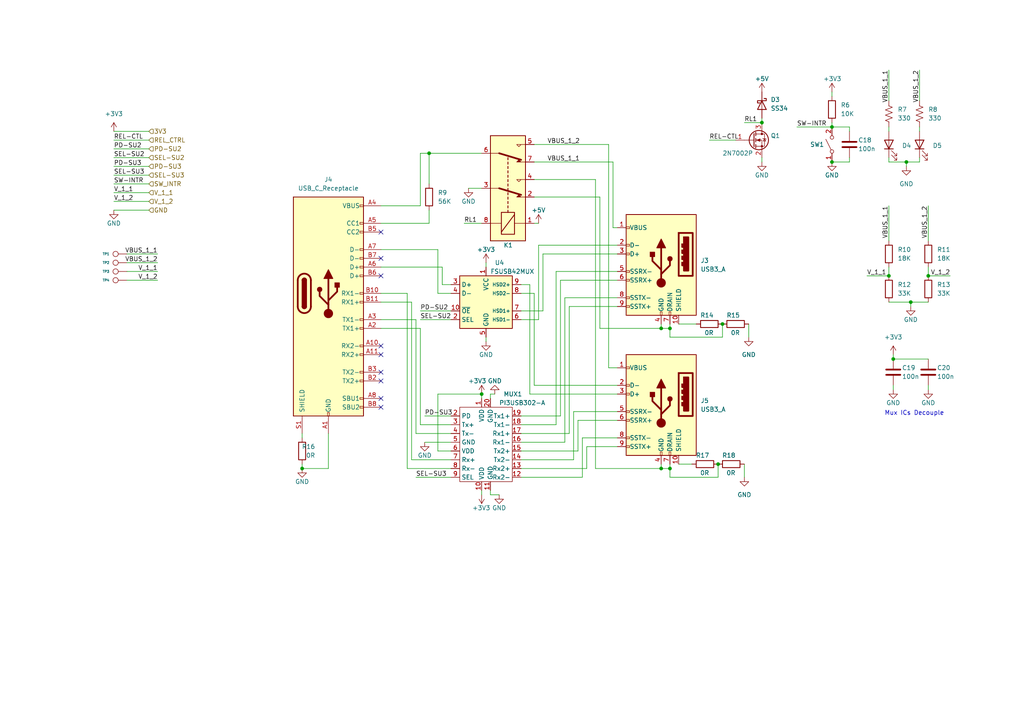
<source format=kicad_sch>
(kicad_sch (version 20211123) (generator eeschema)
  (paper "A4")
  (title_block (date "2022-09-12") (rev "0.2") (comment 1 "Runnan Li"))
  (lib_symbols
    (symbol "Connector:TestPoint" (pin_numbers hide) (pin_names (offset 0.762) hide)
      (property "Reference" "TP" (at 0 6.858 0))
      (property "Value" "TestPoint" (at 0 5.08 0))
      (symbol "TestPoint_0_1"
        (circle (center 0 3.302) (radius 0.762))
      )
      (symbol "TestPoint_1_1"
        (pin passive line (at 0 0 90) (length 2.54) (name "1") (number "1"))
      )
    )
    (symbol "Connector:USB3_A" (pin_names (offset 1.016))
      (property "Reference" "J" (at -10.16 15.24 0))
      (property "Value" "USB3_A" (at 10.16 15.24 0))
      (symbol "USB3_A_0_0"
        (rectangle (start -9.144 8.636) (end -5.08 -3.81) (stroke (width 0.508)))
        (rectangle (start -7.874 7.366) (end -6.604 -2.286) (stroke (width 0.508)) (fill (type outline)))
        (rectangle (start -6.35 0) (end -6.096 -0.762) (stroke (width 0.508)))
        (rectangle (start -6.35 1.778) (end -6.096 1.016) (stroke (width 0.508)))
        (rectangle (start -6.35 3.556) (end -6.096 2.794) (stroke (width 0.508)))
        (rectangle (start -6.35 5.334) (end -6.096 4.572) (stroke (width 0.508)))
        (rectangle (start -2.794 -15.24) (end -2.286 -14.224))
        (rectangle (start -0.254 -15.24) (end 0.254 -14.224))
        (rectangle (start 10.16 -12.446) (end 9.144 -12.954))
        (rectangle (start 10.16 -9.906) (end 9.144 -10.414))
        (rectangle (start 10.16 -4.826) (end 9.144 -5.334))
        (rectangle (start 10.16 -2.286) (end 9.144 -2.794))
        (rectangle (start 10.16 2.794) (end 9.144 2.286))
        (rectangle (start 10.16 5.334) (end 9.144 4.826))
        (rectangle (start 10.16 10.414) (end 9.144 9.906))
      )
      (symbol "USB3_A_0_1"
        (rectangle (start -10.16 13.97) (end 10.16 -15.24) (stroke (width 0.254)) (fill (type background)))
      )
      (symbol "USB3_A_1_1"
        (circle (center -2.54 1.143) (radius 0.635) (stroke (width 0.254)) (fill (type outline)))
        (circle (center 0 -5.842) (radius 1.27) (fill (type outline)))
        (polyline (pts (xy 0 -5.842) (xy 0 4.318)) (stroke (width 0.508)))
        (polyline (pts (xy 0 -3.302) (xy -2.54 -0.762) (xy -2.54 0.508)) (stroke (width 0.508)))
        (polyline (pts (xy 0 -2.032) (xy 2.54 0.508) (xy 2.54 1.778)) (stroke (width 0.508)))
        (polyline (pts (xy -1.27 4.318) (xy 0 6.858) (xy 1.27 4.318) (xy -1.27 4.318)) (stroke (width 0.254)) (fill (type outline)))
        (rectangle (start 1.905 1.778) (end 3.175 3.048) (stroke (width 0.254)) (fill (type outline)))
        (pin power_in line (at 12.7 10.16 180) (length 2.54) (name "VBUS") (number "1"))
        (pin passive line (at -5.08 -17.78 90) (length 2.54) (name "SHIELD") (number "10"))
        (pin bidirectional line (at 12.7 5.08 180) (length 2.54) (name "D-") (number "2"))
        (pin bidirectional line (at 12.7 2.54 180) (length 2.54) (name "D+") (number "3"))
        (pin power_in line (at 0 -17.78 90) (length 2.54) (name "GND") (number "4"))
        (pin output line (at 12.7 -2.54 180) (length 2.54) (name "SSRX-") (number "5"))
        (pin output line (at 12.7 -5.08 180) (length 2.54) (name "SSRX+") (number "6"))
        (pin passive line (at -2.54 -17.78 90) (length 2.54) (name "DRAIN") (number "7"))
        (pin input line (at 12.7 -10.16 180) (length 2.54) (name "SSTX-") (number "8"))
        (pin input line (at 12.7 -12.7 180) (length 2.54) (name "SSTX+") (number "9"))
      )
    )
    (symbol "Connector:USB_C_Receptacle" (pin_names (offset 1.016))
      (property "Reference" "J" (at -10.16 29.21 0))
      (property "Value" "USB_C_Receptacle" (at 10.16 29.21 0))
      (symbol "USB_C_Receptacle_0_0"
        (rectangle (start -0.254 -35.56) (end 0.254 -34.544))
        (rectangle (start 10.16 -32.766) (end 9.144 -33.274))
        (rectangle (start 10.16 -30.226) (end 9.144 -30.734))
        (rectangle (start 10.16 -25.146) (end 9.144 -25.654))
        (rectangle (start 10.16 -22.606) (end 9.144 -23.114))
        (rectangle (start 10.16 -17.526) (end 9.144 -18.034))
        (rectangle (start 10.16 -14.986) (end 9.144 -15.494))
        (rectangle (start 10.16 -9.906) (end 9.144 -10.414))
        (rectangle (start 10.16 -7.366) (end 9.144 -7.874))
        (rectangle (start 10.16 -2.286) (end 9.144 -2.794))
        (rectangle (start 10.16 0.254) (end 9.144 -0.254))
        (rectangle (start 10.16 5.334) (end 9.144 4.826))
        (rectangle (start 10.16 7.874) (end 9.144 7.366))
        (rectangle (start 10.16 10.414) (end 9.144 9.906))
        (rectangle (start 10.16 12.954) (end 9.144 12.446))
        (rectangle (start 10.16 18.034) (end 9.144 17.526))
        (rectangle (start 10.16 20.574) (end 9.144 20.066))
        (rectangle (start 10.16 25.654) (end 9.144 25.146))
      )
      (symbol "USB_C_Receptacle_0_1"
        (rectangle (start -10.16 27.94) (end 10.16 -35.56) (stroke (width 0.254)) (fill (type background)))
        (arc (start -8.89 -3.81) (mid -6.985 -5.715) (end -5.08 -3.81) (stroke (width 0.508)))
        (arc (start -7.62 -3.81) (mid -6.985 -4.445) (end -6.35 -3.81) (stroke (width 0.254)))
        (arc (start -7.62 -3.81) (mid -6.985 -4.445) (end -6.35 -3.81) (stroke (width 0.254)) (fill (type outline)))
        (rectangle (start -7.62 -3.81) (end -6.35 3.81) (stroke (width 0.254)) (fill (type outline)))
        (arc (start -6.35 3.81) (mid -6.985 4.445) (end -7.62 3.81) (stroke (width 0.254)))
        (arc (start -6.35 3.81) (mid -6.985 4.445) (end -7.62 3.81) (stroke (width 0.254)) (fill (type outline)))
        (arc (start -5.08 3.81) (mid -6.985 5.715) (end -8.89 3.81) (stroke (width 0.508)))
        (polyline (pts (xy -8.89 -3.81) (xy -8.89 3.81)) (stroke (width 0.508)))
        (polyline (pts (xy -5.08 3.81) (xy -5.08 -3.81)) (stroke (width 0.508)))
      )
      (symbol "USB_C_Receptacle_1_1"
        (circle (center -2.54 1.143) (radius 0.635) (stroke (width 0.254)) (fill (type outline)))
        (circle (center 0 -5.842) (radius 1.27) (fill (type outline)))
        (polyline (pts (xy 0 -5.842) (xy 0 4.318)) (stroke (width 0.508)))
        (polyline (pts (xy 0 -3.302) (xy -2.54 -0.762) (xy -2.54 0.508)) (stroke (width 0.508)))
        (polyline (pts (xy 0 -2.032) (xy 2.54 0.508) (xy 2.54 1.778)) (stroke (width 0.508)))
        (polyline (pts (xy -1.27 4.318) (xy 0 6.858) (xy 1.27 4.318) (xy -1.27 4.318)) (stroke (width 0.254)) (fill (type outline)))
        (rectangle (start 1.905 1.778) (end 3.175 3.048) (stroke (width 0.254)) (fill (type outline)))
        (pin passive line (at 0 -40.64 90) (length 5.08) (name "GND") (number "A1"))
        (pin bidirectional line (at 15.24 -15.24 180) (length 5.08) (name "RX2-") (number "A10"))
        (pin bidirectional line (at 15.24 -17.78 180) (length 5.08) (name "RX2+") (number "A11"))
        (pin passive line (at 0 -40.64 90) (length 5.08) hide (name "GND") (number "A12"))
        (pin bidirectional line (at 15.24 -10.16 180) (length 5.08) (name "TX1+") (number "A2"))
        (pin bidirectional line (at 15.24 -7.62 180) (length 5.08) (name "TX1-") (number "A3"))
        (pin passive line (at 15.24 25.4 180) (length 5.08) (name "VBUS") (number "A4"))
        (pin bidirectional line (at 15.24 20.32 180) (length 5.08) (name "CC1") (number "A5"))
        (pin bidirectional line (at 15.24 7.62 180) (length 5.08) (name "D+") (number "A6"))
        (pin bidirectional line (at 15.24 12.7 180) (length 5.08) (name "D-") (number "A7"))
        (pin bidirectional line (at 15.24 -30.48 180) (length 5.08) (name "SBU1") (number "A8"))
        (pin passive line (at 15.24 25.4 180) (length 5.08) hide (name "VBUS") (number "A9"))
        (pin passive line (at 0 -40.64 90) (length 5.08) hide (name "GND") (number "B1"))
        (pin bidirectional line (at 15.24 0 180) (length 5.08) (name "RX1-") (number "B10"))
        (pin bidirectional line (at 15.24 -2.54 180) (length 5.08) (name "RX1+") (number "B11"))
        (pin passive line (at 0 -40.64 90) (length 5.08) hide (name "GND") (number "B12"))
        (pin bidirectional line (at 15.24 -25.4 180) (length 5.08) (name "TX2+") (number "B2"))
        (pin bidirectional line (at 15.24 -22.86 180) (length 5.08) (name "TX2-") (number "B3"))
        (pin passive line (at 15.24 25.4 180) (length 5.08) hide (name "VBUS") (number "B4"))
        (pin bidirectional line (at 15.24 17.78 180) (length 5.08) (name "CC2") (number "B5"))
        (pin bidirectional line (at 15.24 5.08 180) (length 5.08) (name "D+") (number "B6"))
        (pin bidirectional line (at 15.24 10.16 180) (length 5.08) (name "D-") (number "B7"))
        (pin bidirectional line (at 15.24 -33.02 180) (length 5.08) (name "SBU2") (number "B8"))
        (pin passive line (at 15.24 25.4 180) (length 5.08) hide (name "VBUS") (number "B9"))
        (pin passive line (at -7.62 -40.64 90) (length 5.08) (name "SHIELD") (number "S1"))
      )
    )
    (symbol "Device:C" (pin_numbers hide) (pin_names (offset 0.254))
      (property "Reference" "C" (at 0.635 2.54 0))
      (property "Value" "C" (at 0.635 -2.54 0))
      (symbol "C_0_1"
        (polyline (pts (xy -2.032 -0.762) (xy 2.032 -0.762)) (stroke (width 0.508)))
        (polyline (pts (xy -2.032 0.762) (xy 2.032 0.762)) (stroke (width 0.508)))
      )
      (symbol "C_1_1"
        (pin passive line (at 0 3.81 270) (length 2.794) (name "~") (number "1"))
        (pin passive line (at 0 -3.81 90) (length 2.794) (name "~") (number "2"))
      )
    )
    (symbol "Device:D_Schottky" (pin_numbers hide) (pin_names (offset 1.016) hide)
      (property "Reference" "D" (at 0 2.54 0))
      (property "Value" "D_Schottky" (at 0 -2.54 0))
      (symbol "D_Schottky_0_1"
        (polyline (pts (xy 1.27 0) (xy -1.27 0)))
        (polyline (pts (xy 1.27 1.27) (xy 1.27 -1.27) (xy -1.27 0) (xy 1.27 1.27)) (stroke (width 0.254)))
        (polyline (pts (xy -1.905 0.635) (xy -1.905 1.27) (xy -1.27 1.27) (xy -1.27 -1.27) (xy -0.635 -1.27) (xy -0.635 -0.635)) (stroke (width 0.254)))
      )
      (symbol "D_Schottky_1_1"
        (pin passive line (at -3.81 0 0) (length 2.54) (name "K") (number "1"))
        (pin passive line (at 3.81 0 180) (length 2.54) (name "A") (number "2"))
      )
    )
    (symbol "Device:LED" (pin_numbers hide) (pin_names (offset 1.016) hide)
      (property "Reference" "D" (at 0 2.54 0))
      (property "Value" "LED" (at 0 -2.54 0))
      (symbol "LED_0_1"
        (polyline (pts (xy -1.27 -1.27) (xy -1.27 1.27)) (stroke (width 0.254)))
        (polyline (pts (xy -1.27 0) (xy 1.27 0)))
        (polyline (pts (xy 1.27 -1.27) (xy 1.27 1.27) (xy -1.27 0) (xy 1.27 -1.27)) (stroke (width 0.254)))
        (polyline (pts (xy -3.048 -0.762) (xy -4.572 -2.286) (xy -3.81 -2.286) (xy -4.572 -2.286) (xy -4.572 -1.524)))
        (polyline (pts (xy -1.778 -0.762) (xy -3.302 -2.286) (xy -2.54 -2.286) (xy -3.302 -2.286) (xy -3.302 -1.524)))
      )
      (symbol "LED_1_1"
        (pin passive line (at -3.81 0 0) (length 2.54) (name "K") (number "1"))
        (pin passive line (at 3.81 0 180) (length 2.54) (name "A") (number "2"))
      )
    )
    (symbol "Device:R" (pin_numbers hide) (pin_names (offset 0))
      (property "Reference" "R" (at 2.032 0 90))
      (property "Value" "R" (at 0 0 90))
      (symbol "R_0_1"
        (rectangle (start -1.016 -2.54) (end 1.016 2.54) (stroke (width 0.254)))
      )
      (symbol "R_1_1"
        (pin passive line (at 0 3.81 270) (length 1.27) (name "~") (number "1"))
        (pin passive line (at 0 -3.81 90) (length 1.27) (name "~") (number "2"))
      )
    )
    (symbol "Device:R_US" (pin_numbers hide) (pin_names (offset 0))
      (property "Reference" "R" (at 2.54 0 90))
      (property "Value" "R_US" (at -2.54 0 90))
      (symbol "R_US_0_1"
        (polyline (pts (xy 0 -2.286) (xy 0 -2.54)))
        (polyline (pts (xy 0 2.286) (xy 0 2.54)))
        (polyline (pts (xy 0 -0.762) (xy 1.016 -1.143) (xy 0 -1.524) (xy -1.016 -1.905) (xy 0 -2.286)))
        (polyline (pts (xy 0 0.762) (xy 1.016 0.381) (xy 0 0) (xy -1.016 -0.381) (xy 0 -0.762)))
        (polyline (pts (xy 0 2.286) (xy 1.016 1.905) (xy 0 1.524) (xy -1.016 1.143) (xy 0 0.762)))
      )
      (symbol "R_US_1_1"
        (pin passive line (at 0 3.81 270) (length 1.27) (name "~") (number "1"))
        (pin passive line (at 0 -3.81 90) (length 1.27) (name "~") (number "2"))
      )
    )
    (symbol "Interface_USB:FSUSB42MUX"
      (property "Reference" "U" (at -6.35 8.89 0))
      (property "Value" "FSUSB42MUX" (at 7.62 8.89 0))
      (symbol "FSUSB42MUX_0_1"
        (rectangle (start 7.62 7.62) (end -7.62 -7.62) (stroke (width 0.254)) (fill (type background)))
      )
      (symbol "FSUSB42MUX_1_1"
        (pin power_in line (at 0 10.16 270) (length 2.54) (name "VCC") (number "1"))
        (pin input line (at -10.16 -2.54 0) (length 2.54) (name "~{OE}") (number "10"))
        (pin input line (at -10.16 -5.08 0) (length 2.54) (name "SEL") (number "2"))
        (pin bidirectional line (at -10.16 5.08 0) (length 2.54) (name "D+") (number "3"))
        (pin bidirectional line (at -10.16 2.54 0) (length 2.54) (name "D-") (number "4"))
        (pin power_in line (at 0 -10.16 90) (length 2.54) (name "GND") (number "5"))
        (pin bidirectional line (at 10.16 -5.08 180) (length 2.54) (name "HSD1-") (number "6"))
        (pin bidirectional line (at 10.16 -2.54 180) (length 2.54) (name "HSD1+") (number "7"))
        (pin bidirectional line (at 10.16 2.54 180) (length 2.54) (name "HSD2-") (number "8"))
        (pin bidirectional line (at 10.16 5.08 180) (length 2.54) (name "HSD2+") (number "9"))
      )
    )
    (symbol "Relay_DPDT_Panasonic_AGQ200A4H_2"
      (property "Reference" "K" (at 16.51 3.81 0))
      (property "Value" "Relay_DPDT_Panasonic_AGQ200A4H_2" (at 16.51 1.27 0))
      (symbol "Relay_DPDT_Panasonic_AGQ200A4H_2_0_0"
        (polyline (pts (xy -2.54 5.08) (xy -2.54 2.54) (xy -1.905 3.175) (xy -2.54 3.81)) (fill (type outline)))
        (polyline (pts (xy 2.54 5.08) (xy 2.54 2.54) (xy 1.905 3.175) (xy 2.54 3.81)))
        (polyline (pts (xy 7.62 5.08) (xy 7.62 2.54) (xy 8.255 3.175) (xy 7.62 3.81)) (fill (type outline)))
        (polyline (pts (xy 12.7 5.08) (xy 12.7 2.54) (xy 12.065 3.175) (xy 12.7 3.81)))
      )
      (symbol "Relay_DPDT_Panasonic_AGQ200A4H_2_0_1"
        (rectangle (start -15.24 5.08) (end 15.24 -5.08) (stroke (width 0.254)) (fill (type background)))
        (rectangle (start -13.335 1.905) (end -6.985 -1.905) (stroke (width 0.254)))
        (polyline (pts (xy -12.7 -1.905) (xy -7.62 1.905)) (stroke (width 0.254)))
        (polyline (pts (xy -10.16 -5.08) (xy -10.16 -1.905)))
        (polyline (pts (xy -10.16 5.08) (xy -10.16 1.905)))
        (polyline (pts (xy -6.985 0) (xy -6.35 0)) (stroke (width 0.254)))
        (polyline (pts (xy -5.715 0) (xy -5.08 0)) (stroke (width 0.254)))
        (polyline (pts (xy -4.445 0) (xy -3.81 0)) (stroke (width 0.254)))
        (polyline (pts (xy -3.175 0) (xy -2.54 0)) (stroke (width 0.254)))
        (polyline (pts (xy -1.905 0) (xy -1.27 0)) (stroke (width 0.254)))
        (polyline (pts (xy -0.635 0) (xy 0 0)) (stroke (width 0.254)))
        (polyline (pts (xy 0 -2.54) (xy -1.905 3.81)) (stroke (width 0.508)))
        (polyline (pts (xy 0 -2.54) (xy 0 -5.08)))
        (polyline (pts (xy 0.635 0) (xy 1.27 0)) (stroke (width 0.254)))
        (polyline (pts (xy 1.905 0) (xy 2.54 0)) (stroke (width 0.254)))
        (polyline (pts (xy 3.175 0) (xy 3.81 0)) (stroke (width 0.254)))
        (polyline (pts (xy 4.445 0) (xy 5.08 0)) (stroke (width 0.254)))
        (polyline (pts (xy 5.715 0) (xy 6.35 0)) (stroke (width 0.254)))
        (polyline (pts (xy 6.985 0) (xy 7.62 0)) (stroke (width 0.254)))
        (polyline (pts (xy 8.255 0) (xy 8.89 0)) (stroke (width 0.254)))
        (polyline (pts (xy 10.16 -2.54) (xy 8.255 3.81)) (stroke (width 0.508)))
        (polyline (pts (xy 10.16 -2.54) (xy 10.16 -5.08)))
      )
      (symbol "Relay_DPDT_Panasonic_AGQ200A4H_2_1_1"
        (pin passive line (at -10.16 7.62 270) (length 2.54) (name "~") (number "1"))
        (pin passive line (at -2.54 7.62 270) (length 2.54) (name "~") (number "2"))
        (pin passive line (at 0 -7.62 90) (length 2.54) (name "~") (number "3"))
        (pin passive line (at 2.54 7.62 270) (length 2.54) (name "~") (number "4"))
        (pin passive line (at 12.7 7.62 270) (length 2.54) (name "~") (number "5"))
        (pin passive line (at 10.16 -7.62 90) (length 2.54) (name "~") (number "6"))
        (pin passive line (at 7.62 7.62 270) (length 2.54) (name "~") (number "7"))
        (pin passive line (at -10.16 -7.62 90) (length 2.54) (name "~") (number "8"))
      )
    )
    (symbol "Switch:SW_SPST" (pin_names (offset 0) hide)
      (property "Reference" "SW" (at 0 3.175 0))
      (property "Value" "SW_SPST" (at 0 -2.54 0))
      (symbol "SW_SPST_0_0"
        (circle (center -2.032 0) (radius 0.508))
        (polyline (pts (xy -1.524 0.254) (xy 1.524 1.778)))
        (circle (center 2.032 0) (radius 0.508))
      )
      (symbol "SW_SPST_1_1"
        (pin passive line (at -5.08 0 0) (length 2.54) (name "A") (number "1"))
        (pin passive line (at 5.08 0 180) (length 2.54) (name "B") (number "2"))
      )
    )
    (symbol "Transistor_FET:2N7002" (pin_names hide)
      (property "Reference" "Q" (at 5.08 1.905 0))
      (property "Value" "2N7002" (at 5.08 0 0))
      (symbol "2N7002_0_1"
        (polyline (pts (xy 0.254 0) (xy -2.54 0)))
        (polyline (pts (xy 0.254 1.905) (xy 0.254 -1.905)) (stroke (width 0.254)))
        (polyline (pts (xy 0.762 -1.27) (xy 0.762 -2.286)) (stroke (width 0.254)))
        (polyline (pts (xy 0.762 0.508) (xy 0.762 -0.508)) (stroke (width 0.254)))
        (polyline (pts (xy 0.762 2.286) (xy 0.762 1.27)) (stroke (width 0.254)))
        (polyline (pts (xy 2.54 2.54) (xy 2.54 1.778)))
        (polyline (pts (xy 2.54 -2.54) (xy 2.54 0) (xy 0.762 0)))
        (polyline (pts (xy 0.762 -1.778) (xy 3.302 -1.778) (xy 3.302 1.778) (xy 0.762 1.778)))
        (polyline (pts (xy 1.016 0) (xy 2.032 0.381) (xy 2.032 -0.381) (xy 1.016 0)) (fill (type outline)))
        (polyline (pts (xy 2.794 0.508) (xy 2.921 0.381) (xy 3.683 0.381) (xy 3.81 0.254)))
        (polyline (pts (xy 3.302 0.381) (xy 2.921 -0.254) (xy 3.683 -0.254) (xy 3.302 0.381)))
        (circle (center 1.651 0) (radius 2.794) (stroke (width 0.254)))
        (circle (center 2.54 -1.778) (radius 0.254) (fill (type outline)))
        (circle (center 2.54 1.778) (radius 0.254) (fill (type outline)))
      )
      (symbol "2N7002_1_1"
        (pin input line (at -5.08 0 0) (length 2.54) (name "G") (number "1"))
        (pin passive line (at 2.54 -5.08 90) (length 2.54) (name "S") (number "2"))
        (pin passive line (at 2.54 5.08 270) (length 2.54) (name "D") (number "3"))
      )
    )
    (symbol "power:+3V3" (power) (pin_names (offset 0))
      (property "Value" "+3V3" (at 0 3.556 0))
      (symbol "+3V3_0_1"
        (polyline (pts (xy -0.762 1.27) (xy 0 2.54)))
        (polyline (pts (xy 0 0) (xy 0 2.54)))
        (polyline (pts (xy 0 2.54) (xy 0.762 1.27)))
      )
      (symbol "+3V3_1_1"
        (pin power_in line (at 0 0 90) (length 0) hide (name "+3V3") (number "1"))
      )
    )
    (symbol "power:+5V" (power) (pin_names (offset 0))
      (property "Value" "+5V" (at 0 3.556 0))
      (symbol "+5V_0_1"
        (polyline (pts (xy -0.762 1.27) (xy 0 2.54)))
        (polyline (pts (xy 0 0) (xy 0 2.54)))
        (polyline (pts (xy 0 2.54) (xy 0.762 1.27)))
      )
      (symbol "+5V_1_1"
        (pin power_in line (at 0 0 90) (length 0) hide (name "+5V") (number "1"))
      )
    )
    (symbol "power:GND" (power) (pin_names (offset 0))
      (property "Value" "GND" (at 0 -3.81 0))
      (symbol "GND_0_1"
        (polyline (pts (xy 0 0) (xy 0 -1.27) (xy 1.27 -1.27) (xy 0 -2.54) (xy -1.27 -1.27) (xy 0 -1.27)))
      )
      (symbol "GND_1_1"
        (pin power_in line (at 0 0 270) (length 0) hide (name "GND") (number "1"))
      )
    )
    (symbol "usb_xwitch:PI3USB302-A"
      (property "Reference" "MUX" (at 6.35 12.7 0))
      (property "Value" "PI3USB302-A" (at 10.16 -11.43 0))
      (symbol "PI3USB302-A_0_1"
        (rectangle (start -7.62 11.43) (end 7.62 -10.16))
      )
      (symbol "PI3USB302-A_1_1"
        (pin power_in line (at -1.27 13.97 270) (length 2.54) (name "VDD") (number "1"))
        (pin power_in line (at -1.27 -12.7 90) (length 2.54) (name "VDD") (number "10"))
        (pin passive line (at 1.27 -12.7 90) (length 2.54) (name "GND") (number "11"))
        (pin passive line (at 10.16 -8.89 180) (length 2.54) (name "Rx2-") (number "12"))
        (pin passive line (at 10.16 -6.35 180) (length 2.54) (name "Rx2+") (number "13"))
        (pin passive line (at 10.16 -3.81 180) (length 2.54) (name "Tx2-") (number "14"))
        (pin passive line (at 10.16 -1.27 180) (length 2.54) (name "Tx2+") (number "15"))
        (pin passive line (at 10.16 1.27 180) (length 2.54) (name "Rx1-") (number "16"))
        (pin passive line (at 10.16 3.81 180) (length 2.54) (name "Rx1+") (number "17"))
        (pin passive line (at 10.16 6.35 180) (length 2.54) (name "Tx1-") (number "18"))
        (pin passive line (at 10.16 8.89 180) (length 2.54) (name "Tx1+") (number "19"))
        (pin input line (at -10.16 8.89 0) (length 2.54) (name "PD") (number "2"))
        (pin passive line (at 1.27 13.97 270) (length 2.54) (name "GND") (number "20"))
        (pin passive line (at -10.16 6.35 0) (length 2.54) (name "Tx+") (number "3"))
        (pin passive line (at -10.16 3.81 0) (length 2.54) (name "Tx-") (number "4"))
        (pin passive line (at -10.16 1.27 0) (length 2.54) (name "GND") (number "5"))
        (pin power_in line (at -10.16 -1.27 0) (length 2.54) (name "VDD") (number "6"))
        (pin input line (at -10.16 -3.81 0) (length 2.54) (name "Rx+") (number "7"))
        (pin input line (at -10.16 -6.35 0) (length 2.54) (name "Rx-") (number "8"))
        (pin input line (at -10.16 -8.89 0) (length 2.54) (name "SEL") (number "9"))
      )
    )
  )
  (junction (at 257.81 80.01))
  (junction (at 264.16 87.63))
  (junction (at 87.63 135.89))
  (junction (at 209.55 93.98))
  (junction (at 139.7 114.3))
  (junction (at 259.08 104.14))
  (junction (at 194.31 135.89))
  (junction (at 241.3 36.83))
  (junction (at 194.31 95.25))
  (junction (at 220.98 35.56))
  (junction (at 191.77 135.89))
  (junction (at 269.24 80.01))
  (junction (at 124.46 44.45))
  (junction (at 208.28 134.62))
  (junction (at 262.89 46.99))
  (junction (at 241.3 46.99))
  (junction (at 191.77 95.25))
  (no_connect (at 110.49 115.57))
  (no_connect (at 110.49 67.31))
  (no_connect (at 110.49 110.49))
  (no_connect (at 110.49 80.01))
  (no_connect (at 110.49 102.87))
  (no_connect (at 110.49 107.95))
  (no_connect (at 110.49 100.33))
  (no_connect (at 110.49 118.11))
  (no_connect (at 110.49 74.93))
  (wire (pts (xy 257.81 45.72) (xy 257.81 46.99)))
  (wire (pts (xy 110.49 72.39) (xy 127 72.39)))
  (wire (pts (xy 179.07 127) (xy 168.91 127)))
  (wire (pts (xy 151.13 125.73) (xy 165.1 125.73)))
  (wire (pts (xy 151.13 90.17) (xy 157.48 90.17)))
  (wire (pts (xy 123.19 120.65) (xy 130.81 120.65)))
  (wire (pts (xy 33.02 50.8) (xy 43.18 50.8)))
  (wire (pts (xy 124.46 44.45) (xy 124.46 53.34)))
  (wire (pts (xy 163.83 86.36) (xy 163.83 128.27)))
  (wire (pts (xy 124.46 64.77) (xy 110.49 64.77)))
  (wire (pts (xy 33.02 48.26) (xy 43.18 48.26)))
  (wire (pts (xy 45.72 73.66) (xy 36.83 73.66)))
  (wire (pts (xy 257.81 77.47) (xy 257.81 80.01)))
  (wire (pts (xy 119.38 87.63) (xy 119.38 133.35)))
  (wire (pts (xy 153.67 114.3) (xy 179.07 114.3)))
  (wire (pts (xy 166.37 133.35) (xy 151.13 133.35)))
  (wire (pts (xy 120.65 125.73) (xy 130.81 125.73)))
  (wire (pts (xy 246.38 38.1) (xy 246.38 36.83)))
  (wire (pts (xy 241.3 46.99) (xy 246.38 46.99)))
  (wire (pts (xy 217.17 93.98) (xy 217.17 97.79)))
  (wire (pts (xy 154.94 41.91) (xy 176.53 41.91)))
  (wire (pts (xy 124.46 60.96) (xy 124.46 64.77)))
  (wire (pts (xy 110.49 59.69) (xy 121.92 59.69)))
  (wire (pts (xy 153.67 82.55) (xy 153.67 114.3)))
  (wire (pts (xy 154.94 46.99) (xy 177.8 46.99)))
  (wire (pts (xy 87.63 125.73) (xy 87.63 127)))
  (wire (pts (xy 262.89 46.99) (xy 262.89 48.26)))
  (wire (pts (xy 194.31 95.25) (xy 194.31 97.79)))
  (wire (pts (xy 33.02 53.34) (xy 43.18 53.34)))
  (wire (pts (xy 156.21 92.71) (xy 156.21 71.12)))
  (wire (pts (xy 142.24 142.24) (xy 142.24 143.51)))
  (wire (pts (xy 257.81 59.69) (xy 257.81 69.85)))
  (wire (pts (xy 172.72 52.07) (xy 172.72 135.89)))
  (wire (pts (xy 45.72 78.74) (xy 36.83 78.74)))
  (wire (pts (xy 220.98 45.72) (xy 220.98 46.99)))
  (wire (pts (xy 266.7 45.72) (xy 266.7 46.99)))
  (wire (pts (xy 165.1 88.9) (xy 179.07 88.9)))
  (wire (pts (xy 110.49 95.25) (xy 121.92 95.25)))
  (wire (pts (xy 45.72 76.2) (xy 36.83 76.2)))
  (wire (pts (xy 257.81 87.63) (xy 264.16 87.63)))
  (wire (pts (xy 208.28 134.62) (xy 208.28 138.43)))
  (wire (pts (xy 231.14 36.83) (xy 241.3 36.83)))
  (wire (pts (xy 87.63 134.62) (xy 87.63 135.89)))
  (wire (pts (xy 162.56 120.65) (xy 162.56 81.28)))
  (wire (pts (xy 194.31 135.89) (xy 194.31 138.43)))
  (wire (pts (xy 165.1 125.73) (xy 165.1 88.9)))
  (wire (pts (xy 266.7 46.99) (xy 262.89 46.99)))
  (wire (pts (xy 191.77 93.98) (xy 191.77 95.25)))
  (wire (pts (xy 172.72 135.89) (xy 191.77 135.89)))
  (wire (pts (xy 124.46 44.45) (xy 139.7 44.45)))
  (wire (pts (xy 167.64 121.92) (xy 179.07 121.92)))
  (wire (pts (xy 209.55 93.98) (xy 209.55 97.79)))
  (wire (pts (xy 163.83 128.27) (xy 151.13 128.27)))
  (wire (pts (xy 168.91 138.43) (xy 151.13 138.43)))
  (wire (pts (xy 33.02 60.96) (xy 43.18 60.96)))
  (wire (pts (xy 33.02 40.64) (xy 43.18 40.64)))
  (wire (pts (xy 121.92 92.71) (xy 130.81 92.71)))
  (wire (pts (xy 246.38 45.72) (xy 246.38 46.99)))
  (wire (pts (xy 121.92 95.25) (xy 121.92 123.19)))
  (wire (pts (xy 110.49 77.47) (xy 128.27 77.47)))
  (wire (pts (xy 142.24 143.51) (xy 144.78 143.51)))
  (wire (pts (xy 161.29 78.74) (xy 179.07 78.74)))
  (wire (pts (xy 176.53 41.91) (xy 176.53 106.68)))
  (wire (pts (xy 33.02 58.42) (xy 43.18 58.42)))
  (wire (pts (xy 179.07 66.04) (xy 177.8 66.04)))
  (wire (pts (xy 173.99 95.25) (xy 191.77 95.25)))
  (wire (pts (xy 220.98 34.29) (xy 220.98 35.56)))
  (wire (pts (xy 118.11 135.89) (xy 130.81 135.89)))
  (wire (pts (xy 257.81 20.32) (xy 257.81 29.21)))
  (wire (pts (xy 45.72 81.28) (xy 36.83 81.28)))
  (wire (pts (xy 95.25 135.89) (xy 87.63 135.89)))
  (wire (pts (xy 33.02 38.1) (xy 43.18 38.1)))
  (wire (pts (xy 33.02 45.72) (xy 43.18 45.72)))
  (wire (pts (xy 127 130.81) (xy 127 114.3)))
  (wire (pts (xy 121.92 59.69) (xy 121.92 44.45)))
  (wire (pts (xy 191.77 134.62) (xy 191.77 135.89)))
  (wire (pts (xy 127 85.09) (xy 130.81 85.09)))
  (wire (pts (xy 120.65 92.71) (xy 120.65 125.73)))
  (wire (pts (xy 156.21 71.12) (xy 179.07 71.12)))
  (wire (pts (xy 118.11 85.09) (xy 118.11 135.89)))
  (wire (pts (xy 123.19 128.27) (xy 130.81 128.27)))
  (wire (pts (xy 259.08 104.14) (xy 269.24 104.14)))
  (wire (pts (xy 257.81 36.83) (xy 257.81 38.1)))
  (wire (pts (xy 266.7 20.32) (xy 266.7 29.21)))
  (wire (pts (xy 241.3 36.83) (xy 246.38 36.83)))
  (wire (pts (xy 128.27 82.55) (xy 130.81 82.55)))
  (wire (pts (xy 194.31 134.62) (xy 194.31 135.89)))
  (wire (pts (xy 128.27 77.47) (xy 128.27 82.55)))
  (wire (pts (xy 259.08 111.76) (xy 259.08 113.03)))
  (wire (pts (xy 196.85 134.62) (xy 200.66 134.62)))
  (wire (pts (xy 134.62 64.77) (xy 139.7 64.77)))
  (wire (pts (xy 170.18 135.89) (xy 170.18 129.54)))
  (wire (pts (xy 264.16 87.63) (xy 264.16 88.9)))
  (wire (pts (xy 121.92 44.45) (xy 124.46 44.45)))
  (wire (pts (xy 157.48 90.17) (xy 157.48 73.66)))
  (wire (pts (xy 162.56 81.28) (xy 179.07 81.28)))
  (wire (pts (xy 179.07 86.36) (xy 163.83 86.36)))
  (wire (pts (xy 110.49 85.09) (xy 118.11 85.09)))
  (wire (pts (xy 241.3 35.56) (xy 241.3 36.83)))
  (wire (pts (xy 205.74 40.64) (xy 213.36 40.64)))
  (wire (pts (xy 135.89 54.61) (xy 139.7 54.61)))
  (wire (pts (xy 130.81 130.81) (xy 127 130.81)))
  (wire (pts (xy 33.02 55.88) (xy 43.18 55.88)))
  (wire (pts (xy 154.94 85.09) (xy 154.94 111.76)))
  (wire (pts (xy 194.31 93.98) (xy 194.31 95.25)))
  (wire (pts (xy 139.7 114.3) (xy 139.7 115.57)))
  (wire (pts (xy 120.65 138.43) (xy 130.81 138.43)))
  (wire (pts (xy 154.94 52.07) (xy 172.72 52.07)))
  (wire (pts (xy 167.64 130.81) (xy 167.64 121.92)))
  (wire (pts (xy 151.13 123.19) (xy 161.29 123.19)))
  (wire (pts (xy 151.13 92.71) (xy 156.21 92.71)))
  (wire (pts (xy 275.59 80.01) (xy 269.24 80.01)))
  (wire (pts (xy 33.02 43.18) (xy 43.18 43.18)))
  (wire (pts (xy 264.16 87.63) (xy 269.24 87.63)))
  (wire (pts (xy 139.7 142.24) (xy 139.7 143.51)))
  (wire (pts (xy 170.18 129.54) (xy 179.07 129.54)))
  (wire (pts (xy 121.92 123.19) (xy 130.81 123.19)))
  (wire (pts (xy 269.24 59.69) (xy 269.24 69.85)))
  (wire (pts (xy 177.8 66.04) (xy 177.8 46.99)))
  (wire (pts (xy 191.77 95.25) (xy 194.31 95.25)))
  (wire (pts (xy 215.9 35.56) (xy 220.98 35.56)))
  (wire (pts (xy 208.28 138.43) (xy 194.31 138.43)))
  (wire (pts (xy 179.07 119.38) (xy 166.37 119.38)))
  (wire (pts (xy 154.94 57.15) (xy 173.99 57.15)))
  (wire (pts (xy 110.49 92.71) (xy 120.65 92.71)))
  (wire (pts (xy 168.91 127) (xy 168.91 138.43)))
  (wire (pts (xy 166.37 119.38) (xy 166.37 133.35)))
  (wire (pts (xy 196.85 93.98) (xy 201.93 93.98)))
  (wire (pts (xy 151.13 85.09) (xy 154.94 85.09)))
  (wire (pts (xy 257.81 46.99) (xy 262.89 46.99)))
  (wire (pts (xy 151.13 82.55) (xy 153.67 82.55)))
  (wire (pts (xy 142.24 114.3) (xy 142.24 115.57)))
  (wire (pts (xy 121.92 90.17) (xy 130.81 90.17)))
  (wire (pts (xy 95.25 125.73) (xy 95.25 135.89)))
  (wire (pts (xy 259.08 102.87) (xy 259.08 104.14)))
  (wire (pts (xy 176.53 106.68) (xy 179.07 106.68)))
  (wire (pts (xy 251.46 80.01) (xy 257.81 80.01)))
  (wire (pts (xy 140.97 97.79) (xy 140.97 99.06)))
  (wire (pts (xy 154.94 111.76) (xy 179.07 111.76)))
  (wire (pts (xy 269.24 77.47) (xy 269.24 80.01)))
  (wire (pts (xy 151.13 130.81) (xy 167.64 130.81)))
  (wire (pts (xy 127 114.3) (xy 139.7 114.3)))
  (wire (pts (xy 151.13 120.65) (xy 162.56 120.65)))
  (wire (pts (xy 173.99 57.15) (xy 173.99 95.25)))
  (wire (pts (xy 143.51 114.3) (xy 142.24 114.3)))
  (wire (pts (xy 269.24 111.76) (xy 269.24 113.03)))
  (wire (pts (xy 119.38 133.35) (xy 130.81 133.35)))
  (wire (pts (xy 209.55 97.79) (xy 194.31 97.79)))
  (wire (pts (xy 154.94 64.77) (xy 156.21 64.77)))
  (wire (pts (xy 215.9 134.62) (xy 215.9 138.43)))
  (wire (pts (xy 110.49 87.63) (xy 119.38 87.63)))
  (wire (pts (xy 191.77 135.89) (xy 194.31 135.89)))
  (wire (pts (xy 157.48 73.66) (xy 179.07 73.66)))
  (wire (pts (xy 266.7 36.83) (xy 266.7 38.1)))
  (wire (pts (xy 161.29 123.19) (xy 161.29 78.74)))
  (wire (pts (xy 127 72.39) (xy 127 85.09)))
  (wire (pts (xy 151.13 135.89) (xy 170.18 135.89)))
  (wire (pts (xy 241.3 26.67) (xy 241.3 27.94)))
  (wire (pts (xy 140.97 76.2) (xy 140.97 77.47)))
  (text "Mux ICs Decouple" (at 256.54 120.65 0) (effects (font (size 1.27 1.27)) (justify left bottom)))
  (label "RL1" (at 215.9 35.56 0))
  (label "PD-SU3" (at 33.02 48.26 0))
  (label "SEL-SU3" (at 33.02 50.8 0))
  (label "V_1_1" (at 251.46 80.01 0))
  (label "SEL-SU3" (at 120.65 138.43 0))
  (label "VBUS_1_2" (at 45.72 76.2 180))
  (label "VBUS_1_1" (at 45.72 73.66 180))
  (label "V_1_1" (at 45.72 78.74 180))
  (label "SEL-SU2" (at 121.92 92.71 0))
  (label "V_1_1" (at 33.02 55.88 0))
  (label "PD-SU2" (at 121.92 90.17 0))
  (label "VBUS_1_1" (at 257.81 20.32 270))
  (label "V_1_2" (at 45.72 81.28 180))
  (label "SW-INTR" (at 33.02 53.34 0))
  (label "V_1_2" (at 33.02 58.42 0))
  (label "REL-CTL" (at 205.74 40.64 0))
  (label "SEL-SU2" (at 33.02 45.72 0))
  (label "VBUS_1_2" (at 269.24 59.69 270))
  (label "PD-SU3" (at 123.19 120.65 0))
  (label "VBUS_1_2" (at 158.75 41.91 0))
  (label "SW-INTR" (at 231.14 36.83 0))
  (label "VBUS_1_1" (at 257.81 59.69 270))
  (label "VBUS_1_1" (at 158.75 46.99 0))
  (label "V_1_2" (at 275.59 80.01 180))
  (label "PD-SU2" (at 33.02 43.18 0))
  (label "VBUS_1_2" (at 266.7 20.32 270))
  (label "RL1" (at 134.62 64.77 0))
  (label "REL-CTL" (at 33.02 40.64 0))
  (hierarchical_label "3V3" (shape input) (at 43.18 38.1 0))
  (hierarchical_label "V_1_1" (shape input) (at 43.18 55.88 0))
  (hierarchical_label "PD-SU2" (shape input) (at 43.18 43.18 0))
  (hierarchical_label "V_1_2" (shape input) (at 43.18 58.42 0))
  (hierarchical_label "SW_INTR" (shape input) (at 43.18 53.34 0))
  (hierarchical_label "SEL-SU3" (shape input) (at 43.18 50.8 0))
  (hierarchical_label "SEL-SU2" (shape input) (at 43.18 45.72 0))
  (hierarchical_label "REL_CTRL" (shape input) (at 43.18 40.64 0))
  (hierarchical_label "PD-SU3" (shape input) (at 43.18 48.26 0))
  (hierarchical_label "GND" (shape input) (at 43.18 60.96 0))
  (symbol (lib_id "Device:C") (at 259.08 107.95 0) (unit 1)
    (property "Reference" "C19" (at 261.62 106.68 0) (effects (justify left)))
    (property "Value" "100n" (at 261.62 109.22 0) (effects (justify left)))
    (property "Footprint" "Resistor_SMD:R_0402_1005Metric_Pad0.72x0.64mm_HandSolder" (effects hide))
    (property "LCSC" "C1525" (effects hide))
  )
  (symbol (lib_id "Device:R") (at 213.36 93.98 90) (unit 1)
    (property "Reference" "R15" (at 214.63 91.44 90) (effects (justify left)))
    (property "Value" "0R" (at 214.63 96.52 90) (effects (justify left)))
    (property "Footprint" "Resistor_SMD:R_0603_1608Metric_Pad0.98x0.95mm_HandSolder" (effects hide))
    (property "LCSC" "C21189" (effects hide))
  )
  (symbol (lib_name "Relay_DPDT_Panasonic_AGQ200A4H_2") (lib_id "usb_xwitch:Relay_DPDT_Panasonic_AGQ200A4H") (at 147.32 54.61 270) (mirror x) (unit 1)
    (property "Reference" "K1" (at 146.05 71.12 90) (effects (justify left)))
    (property "Value" "Relay_DPDT_Panasonic_AGQ200A4H" (effects hide))
    (property "Footprint" "usb_xwitch:Relay_DPDT_Panasonic_AGQ200A4H" (effects hide))
    (property "Datasheet" "https://media.digikey.com/pdf/Data%20Sheets/Panasonic%20Electric%20Works%20PDFs/AGQ_(GQ)_Relays.pdf" (effects hide))
    (property "LCSC" "C490150" (effects hide))
  )
  (symbol (lib_id "power:+3V3") (at 241.3 26.67 0) (unit 1)
    (property "Reference" "#PWR0130" (effects hide))
    (property "Value" "+3V3" (at 238.76 22.86 0) (effects (justify left)))
  )
  (symbol (lib_id "Device:R") (at 124.46 57.15 0) (unit 1)
    (property "Reference" "R9" (at 127 55.8799 0) (effects (justify left)))
    (property "Value" "56K" (at 127 58.4199 0) (effects (justify left)))
    (property "Footprint" "Resistor_SMD:R_0402_1005Metric_Pad0.72x0.64mm_HandSolder" (effects hide))
    (property "LCSC" "C25796" (effects hide))
  )
  (symbol (lib_id "Device:R") (at 241.3 31.75 0) (unit 1)
    (property "Reference" "R6" (at 243.84 30.4799 0) (effects (justify left)))
    (property "Value" "10K" (at 243.84 33.0199 0) (effects (justify left)))
    (property "Footprint" "Resistor_SMD:R_0603_1608Metric_Pad0.98x0.95mm_HandSolder" (effects hide))
    (property "LCSC" "C25804" (effects hide))
  )
  (symbol (lib_id "power:+3V3") (at 139.7 143.51 180) (unit 1)
    (property "Reference" "#PWR0129" (effects hide))
    (property "Value" "+3V3" (at 142.24 147.32 0) (effects (justify left)))
  )
  (symbol (lib_id "power:GND") (at 217.17 97.79 0) (unit 1)
    (property "Reference" "#PWR050" (effects hide))
    (property "Value" "GND" (at 217.17 102.87 0))
  )
  (symbol (lib_id "Device:R_US") (at 257.81 33.02 0) (unit 1)
    (property "Reference" "R7" (at 260.35 31.7499 0) (effects (justify left)))
    (property "Value" "330" (at 260.35 34.2899 0) (effects (justify left)))
    (property "Footprint" "Resistor_SMD:R_0402_1005Metric_Pad0.72x0.64mm_HandSolder" (effects hide))
    (property "Datasheet" "https://datasheet.lcsc.com/lcsc/2205311900_UNI-ROYAL-Uniroyal-Elec-0402WGF3300TCE_C25104.pdf" (effects hide))
    (property "LCSC" "C25104" (effects hide))
  )
  (symbol (lib_id "power:+3V3") (at 140.97 76.2 0) (unit 1)
    (property "Reference" "#PWR048" (effects hide))
    (property "Value" "+3V3" (at 140.97 72.39 0))
  )
  (symbol (lib_id "power:GND") (at 135.89 54.61 0) (unit 1)
    (property "Reference" "#PWR045" (effects hide))
    (property "Value" "GND" (at 135.89 58.42 0))
  )
  (symbol (lib_id "Connector:USB_C_Receptacle") (at 95.25 85.09 0) (unit 1)
    (property "Reference" "J4" (at 95.25 52.07 0))
    (property "Value" "USB_C_Receptacle" (at 95.25 54.61 0))
    (property "Footprint" "usb_xwitch:USB_TypeC_24Pin_ShouHan" (effects hide))
    (property "Datasheet" "https://www.usb.org/sites/default/files/documents/usb_type-c.zip" (effects hide))
    (property "LCSC" "C456013" (effects hide))
  )
  (symbol (lib_id "Device:R") (at 212.09 134.62 90) (unit 1)
    (property "Reference" "R18" (at 213.36 132.08 90) (effects (justify left)))
    (property "Value" "0R" (at 213.36 137.16 90) (effects (justify left)))
    (property "Footprint" "Resistor_SMD:R_0603_1608Metric_Pad0.98x0.95mm_HandSolder" (effects hide))
    (property "LCSC" "C21189" (effects hide))
  )
  (symbol (lib_id "power:+3V3") (at 33.02 38.1 0) (unit 1)
    (property "Reference" "#PWR041" (effects hide))
    (property "Value" "+3V3" (at 33.02 33.02 0))
  )
  (symbol (lib_id "power:GND") (at 140.97 99.06 0) (unit 1)
    (property "Reference" "#PWR051" (effects hide))
    (property "Value" "GND" (at 140.97 102.87 0))
  )
  (symbol (lib_id "Device:R") (at 87.63 130.81 180) (unit 1)
    (property "Reference" "R16" (at 91.44 129.54 0) (effects (justify left)))
    (property "Value" "0R" (at 91.44 132.08 0) (effects (justify left)))
    (property "Footprint" "Resistor_SMD:R_0603_1608Metric_Pad0.98x0.95mm_HandSolder" (effects hide))
    (property "LCSC" "C21189" (effects hide))
  )
  (symbol (lib_id "Transistor_FET:2N7002") (at 218.44 40.64 0) (unit 1)
    (property "Reference" "Q1" (at 223.52 39.37 0) (effects (justify left)))
    (property "Value" "2N7002P" (at 209.55 44.45 0) (effects (justify left)))
    (property "Footprint" "Package_TO_SOT_SMD:SOT-23" (effects hide))
    (property "Datasheet" "https://www.onsemi.com/pub/Collateral/NDS7002A-D.PDF" (effects hide))
    (property "LCSC" "C8545" (effects hide))
  )
  (symbol (lib_id "power:GND") (at 144.78 143.51 0) (unit 1)
    (property "Reference" "#PWR061" (effects hide))
    (property "Value" "GND" (at 144.78 147.32 0))
  )
  (symbol (lib_id "power:GND") (at 87.63 135.89 0) (unit 1)
    (property "Reference" "#PWR058" (effects hide))
    (property "Value" "GND" (at 87.63 139.7 0))
  )
  (symbol (lib_id "Connector:USB3_A") (at 191.77 76.2 0) (mirror y) (unit 1)
    (property "Reference" "J3" (at 203.2 75.5649 0) (effects (justify right)))
    (property "Value" "USB3_A" (at 203.2 78.1049 0) (effects (justify right)))
    (property "Footprint" "usb_xwitch:USB3_A_AdamTech_USB-A3-S-RA" (effects hide))
    (property "LCSC" "C69073" (effects hide))
  )
  (symbol (lib_id "power:GND") (at 269.24 113.03 0) (unit 1)
    (property "Reference" "#PWR054" (effects hide))
    (property "Value" "GND" (at 269.24 116.84 0))
  )
  (symbol (lib_id "Device:C") (at 246.38 41.91 0) (unit 1)
    (property "Reference" "C18" (at 248.92 40.64 0) (effects (justify left)))
    (property "Value" "100n" (at 248.92 43.18 0) (effects (justify left)))
    (property "Footprint" "Resistor_SMD:R_0402_1005Metric_Pad0.72x0.64mm_HandSolder" (effects hide))
    (property "LCSC" "C1525" (effects hide))
  )
  (symbol (lib_id "Interface_USB:FSUSB42MUX") (at 140.97 87.63 0) (unit 1)
    (property "Reference" "U4" (at 143.51 76.2 0) (effects (justify left)))
    (property "Value" "FSUSB42MUX" (at 142.24 78.74 0) (effects (justify left)))
    (property "Footprint" "Package_SO:MSOP-10_3x3mm_P0.5mm" (effects hide))
    (property "Datasheet" "https://www.onsemi.com/pub/Collateral/FSUSB42-D.PDF" (effects hide))
    (property "LCSC" "C11355" (effects hide))
  )
  (symbol (lib_id "power:+5V") (at 220.98 26.67 0) (unit 1)
    (property "Reference" "#PWR039" (effects hide))
    (property "Value" "+5V" (at 220.98 22.86 0))
  )
  (symbol (lib_id "Connector:USB3_A") (at 191.77 116.84 0) (mirror y) (unit 1)
    (property "Reference" "J5" (at 203.2 116.2049 0) (effects (justify right)))
    (property "Value" "USB3_A" (at 203.2 118.7449 0) (effects (justify right)))
    (property "Footprint" "usb_xwitch:USB3_A_AdamTech_USB-A3-S-RA" (effects hide))
    (property "LCSC" "C69073" (effects hide))
  )
  (symbol (lib_id "power:+3V3") (at 259.08 102.87 0) (unit 1)
    (property "Reference" "#PWR052" (effects hide))
    (property "Value" "+3V3" (at 259.08 97.79 0))
  )
  (symbol (lib_id "Device:R") (at 257.81 73.66 0) (unit 1)
    (property "Reference" "R10" (at 260.35 72.3899 0) (effects (justify left)))
    (property "Value" "18K" (at 260.35 74.9299 0) (effects (justify left)))
    (property "Footprint" "Resistor_SMD:R_0805_2012Metric_Pad1.20x1.40mm_HandSolder" (effects hide))
    (property "LCSC" "C17506" (effects hide))
  )
  (symbol (lib_id "power:GND") (at 215.9 138.43 0) (unit 1)
    (property "Reference" "#PWR059" (effects hide))
    (property "Value" "GND" (at 215.9 143.51 0))
  )
  (symbol (lib_id "Device:R") (at 205.74 93.98 90) (unit 1)
    (property "Reference" "R14" (at 207.01 91.44 90) (effects (justify left)))
    (property "Value" "0R" (at 207.01 96.52 90) (effects (justify left)))
    (property "Footprint" "Resistor_SMD:R_0603_1608Metric_Pad0.98x0.95mm_HandSolder" (effects hide))
    (property "LCSC" "C21189" (effects hide))
  )
  (symbol (lib_id "power:GND") (at 220.98 46.99 0) (unit 1)
    (property "Reference" "#PWR042" (effects hide))
    (property "Value" "GND" (at 220.98 50.8 0))
  )
  (symbol (lib_id "Device:R_US") (at 266.7 33.02 0) (unit 1)
    (property "Reference" "R8" (at 269.24 31.7499 0) (effects (justify left)))
    (property "Value" "330" (at 269.24 34.2899 0) (effects (justify left)))
    (property "Footprint" "Resistor_SMD:R_0402_1005Metric_Pad0.72x0.64mm_HandSolder" (effects hide))
    (property "Datasheet" "https://datasheet.lcsc.com/lcsc/2205311900_UNI-ROYAL-Uniroyal-Elec-0402WGF3300TCE_C25104.pdf" (effects hide))
    (property "LCSC" "C25104" (effects hide))
  )
  (symbol (lib_id "Connector:TestPoint") (at 36.83 76.2 90) (unit 1)
    (property "Reference" "TP2" (at 31.75 76.2 90) (effects (font (size 0.7 0.7)) (justify left)))
    (property "Value" "TestPoint" (effects hide))
    (property "Footprint" "TestPoint:TestPoint_Pad_D1.0mm" (effects hide))
  )
  (symbol (lib_id "power:GND") (at 143.51 114.3 180) (unit 1)
    (property "Reference" "#PWR056" (effects hide))
    (property "Value" "GND" (at 143.51 110.49 0))
  )
  (symbol (lib_id "Device:LED") (at 266.7 41.91 90) (unit 1)
    (property "Reference" "D5" (at 270.51 42.2274 90) (effects (justify right)))
    (property "Value" "19-217/GHC-YR1S2/3T" (effects hide))
    (property "Footprint" "Diode_SMD:D_0603_1608Metric_Pad1.05x0.95mm_HandSolder" (effects hide))
    (property "Datasheet" "https://media.digikey.com/pdf/Data%20Sheets/Everlight%20PDFs/19-217,GHC-YR1S2,3T.pdf" (effects hide))
    (property "LCSC" "C72043" (effects hide))
  )
  (symbol (lib_id "power:GND") (at 241.3 46.99 0) (unit 1)
    (property "Reference" "#PWR043" (effects hide))
    (property "Value" "GND" (at 241.3 50.8 0))
  )
  (symbol (lib_id "power:GND") (at 262.89 48.26 0) (unit 1)
    (property "Reference" "#PWR044" (effects hide))
    (property "Value" "GND" (at 262.89 53.34 0))
  )
  (symbol (lib_id "power:GND") (at 33.02 60.96 0) (unit 1)
    (property "Reference" "#PWR046" (effects hide))
    (property "Value" "GND" (at 33.02 64.77 0))
  )
  (symbol (lib_id "Device:R") (at 269.24 73.66 0) (unit 1)
    (property "Reference" "R11" (at 271.78 72.3899 0) (effects (justify left)))
    (property "Value" "18K" (at 271.78 74.9299 0) (effects (justify left)))
    (property "Footprint" "Resistor_SMD:R_0805_2012Metric_Pad1.20x1.40mm_HandSolder" (effects hide))
    (property "LCSC" "C17506" (effects hide))
  )
  (symbol (lib_id "power:+3V3") (at 139.7 114.3 0) (unit 1)
    (property "Reference" "#PWR055" (effects hide))
    (property "Value" "+3V3" (at 138.43 110.49 0))
  )
  (symbol (lib_id "Device:LED") (at 257.81 41.91 90) (unit 1)
    (property "Reference" "D4" (at 261.62 42.2274 90) (effects (justify right)))
    (property "Value" "19-217/GHC-YR1S2/3T" (effects hide))
    (property "Footprint" "Diode_SMD:D_0603_1608Metric_Pad1.05x0.95mm_HandSolder" (effects hide))
    (property "Datasheet" "https://media.digikey.com/pdf/Data%20Sheets/Everlight%20PDFs/19-217,GHC-YR1S2,3T.pdf" (effects hide))
    (property "LCSC" "C72043" (effects hide))
  )
  (symbol (lib_id "Connector:TestPoint") (at 36.83 78.74 90) (unit 1)
    (property "Reference" "TP3" (at 31.75 78.74 90) (effects (font (size 0.7 0.7)) (justify left)))
    (property "Value" "TestPoint" (effects hide))
    (property "Footprint" "TestPoint:TestPoint_Pad_D1.0mm" (effects hide))
  )
  (symbol (lib_id "power:GND") (at 264.16 88.9 0) (unit 1)
    (property "Reference" "#PWR049" (effects hide))
    (property "Value" "GND" (at 264.16 92.71 0))
  )
  (symbol (lib_id "power:GND") (at 123.19 128.27 0) (unit 1)
    (property "Reference" "#PWR057" (effects hide))
    (property "Value" "GND" (at 123.19 132.08 0))
  )
  (symbol (lib_id "Device:R") (at 269.24 83.82 0) (unit 1)
    (property "Reference" "R13" (at 271.78 82.5499 0) (effects (justify left)))
    (property "Value" "33K" (at 271.78 85.0899 0) (effects (justify left)))
    (property "Footprint" "Resistor_SMD:R_0805_2012Metric_Pad1.20x1.40mm_HandSolder" (effects hide))
    (property "LCSC" "C17633" (effects hide))
  )
  (symbol (lib_id "Connector:TestPoint") (at 36.83 73.66 90) (unit 1)
    (property "Reference" "TP1" (at 31.75 73.66 90) (effects (font (size 0.7 0.7)) (justify left)))
    (property "Value" "TestPoint" (effects hide))
    (property "Footprint" "TestPoint:TestPoint_Pad_D1.0mm" (effects hide))
  )
  (symbol (lib_id "usb_xwitch:PI3USB302-A") (at 140.97 129.54 0) (unit 1)
    (property "Reference" "MUX1" (at 146.05 114.3 0) (effects (justify left)))
    (property "Value" "PI3USB302-A" (at 144.78 116.84 0) (effects (justify left)))
    (property "Footprint" "usb_xwitch:USB_MUX_DEMUX_PI3USB302-A" (effects hide))
    (property "LCSC" "C500787" (effects hide))
  )
  (symbol (lib_id "Connector:TestPoint") (at 36.83 81.28 90) (unit 1)
    (property "Reference" "TP4" (at 31.75 81.28 90) (effects (font (size 0.7 0.7)) (justify left)))
    (property "Value" "TestPoint" (effects hide))
    (property "Footprint" "TestPoint:TestPoint_Pad_D1.0mm" (effects hide))
  )
  (symbol (lib_id "power:GND") (at 259.08 113.03 0) (unit 1)
    (property "Reference" "#PWR053" (effects hide))
    (property "Value" "GND" (at 259.08 116.84 0))
  )
  (symbol (lib_id "power:+5V") (at 156.21 64.77 0) (unit 1)
    (property "Reference" "#PWR047" (effects hide))
    (property "Value" "+5V" (at 156.21 60.96 0))
  )
  (symbol (lib_id "Device:D_Schottky") (at 220.98 30.48 270) (unit 1)
    (property "Reference" "D3" (at 223.52 28.8924 90) (effects (justify left)))
    (property "Value" "SS34" (at 223.52 31.4324 90) (effects (justify left)))
    (property "Footprint" "Diode_SMD:D_SMA" (effects hide))
    (property "LCSC" "C8678" (effects hide))
  )
  (symbol (lib_id "Device:C") (at 269.24 107.95 0) (unit 1)
    (property "Reference" "C20" (at 271.78 106.68 0) (effects (justify left)))
    (property "Value" "100n" (at 271.78 109.22 0) (effects (justify left)))
    (property "Footprint" "Resistor_SMD:R_0402_1005Metric_Pad0.72x0.64mm_HandSolder" (effects hide))
    (property "LCSC" "C1525" (effects hide))
  )
  (symbol (lib_id "Switch:SW_SPST") (at 241.3 41.91 90) (unit 1)
    (property "Reference" "SW1" (at 234.95 41.91 90) (effects (justify right)))
    (property "Value" "C2689642" (effects hide))
    (property "Footprint" "usb_xwitch:SW_SPST_CK_PTS636_SP43_SMTR" (effects hide))
    (property "Datasheet" "https://www.ckswitches.com/media/2779/pts636.pdf" (effects hide))
    (property "LCSC" "C2689642" (effects hide))
  )
  (symbol (lib_id "Device:R") (at 257.81 83.82 0) (unit 1)
    (property "Reference" "R12" (at 260.35 82.5499 0) (effects (justify left)))
    (property "Value" "33K" (at 260.35 85.0899 0) (effects (justify left)))
    (property "Footprint" "Resistor_SMD:R_0805_2012Metric_Pad1.20x1.40mm_HandSolder" (effects hide))
    (property "LCSC" "C17633" (effects hide))
  )
  (symbol (lib_id "Device:R") (at 204.47 134.62 90) (unit 1)
    (property "Reference" "R17" (at 205.74 132.08 90) (effects (justify left)))
    (property "Value" "0R" (at 205.74 137.16 90) (effects (justify left)))
    (property "Footprint" "Resistor_SMD:R_0603_1608Metric_Pad0.98x0.95mm_HandSolder" (effects hide))
    (property "LCSC" "C21189" (effects hide))
  )
)
</source>
